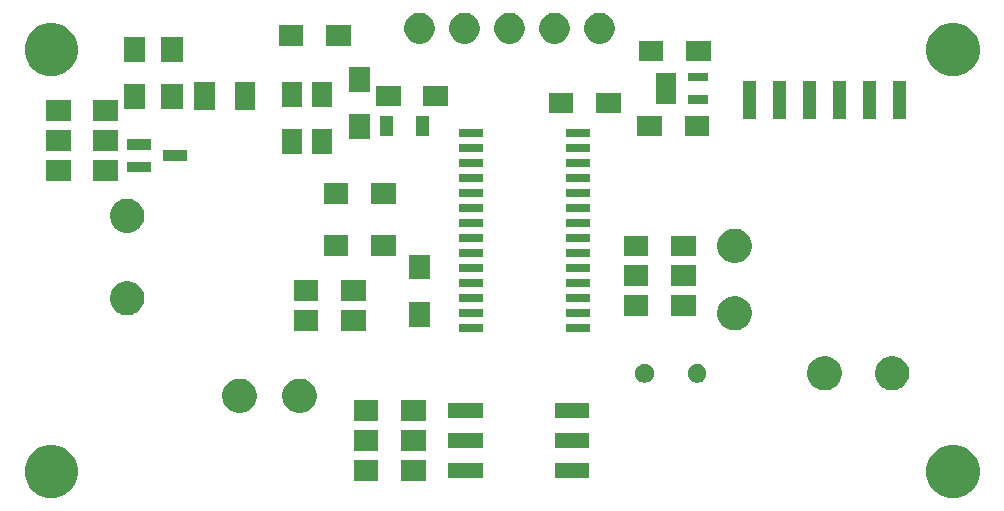
<source format=gbr>
G04 #@! TF.GenerationSoftware,KiCad,Pcbnew,(5.1.5)-2*
G04 #@! TF.CreationDate,2019-12-14T03:39:57+01:00*
G04 #@! TF.ProjectId,tof_sensor,746f665f-7365-46e7-936f-722e6b696361,rev?*
G04 #@! TF.SameCoordinates,Original*
G04 #@! TF.FileFunction,Soldermask,Top*
G04 #@! TF.FilePolarity,Negative*
%FSLAX46Y46*%
G04 Gerber Fmt 4.6, Leading zero omitted, Abs format (unit mm)*
G04 Created by KiCad (PCBNEW (5.1.5)-2) date 2019-12-14 03:39:57*
%MOMM*%
%LPD*%
G04 APERTURE LIST*
%ADD10C,0.100000*%
G04 APERTURE END LIST*
D10*
G36*
X192760880Y-99439776D02*
G01*
X193141593Y-99515504D01*
X193551249Y-99685189D01*
X193919929Y-99931534D01*
X194233466Y-100245071D01*
X194479811Y-100613751D01*
X194649496Y-101023407D01*
X194736000Y-101458296D01*
X194736000Y-101901704D01*
X194649496Y-102336593D01*
X194479811Y-102746249D01*
X194233466Y-103114929D01*
X193919929Y-103428466D01*
X193551249Y-103674811D01*
X193141593Y-103844496D01*
X192760880Y-103920224D01*
X192706705Y-103931000D01*
X192263295Y-103931000D01*
X192209120Y-103920224D01*
X191828407Y-103844496D01*
X191418751Y-103674811D01*
X191050071Y-103428466D01*
X190736534Y-103114929D01*
X190490189Y-102746249D01*
X190320504Y-102336593D01*
X190234000Y-101901704D01*
X190234000Y-101458296D01*
X190320504Y-101023407D01*
X190490189Y-100613751D01*
X190736534Y-100245071D01*
X191050071Y-99931534D01*
X191418751Y-99685189D01*
X191828407Y-99515504D01*
X192209120Y-99439776D01*
X192263295Y-99429000D01*
X192706705Y-99429000D01*
X192760880Y-99439776D01*
G37*
G36*
X116400880Y-99439776D02*
G01*
X116781593Y-99515504D01*
X117191249Y-99685189D01*
X117559929Y-99931534D01*
X117873466Y-100245071D01*
X118119811Y-100613751D01*
X118289496Y-101023407D01*
X118376000Y-101458296D01*
X118376000Y-101901704D01*
X118289496Y-102336593D01*
X118119811Y-102746249D01*
X117873466Y-103114929D01*
X117559929Y-103428466D01*
X117191249Y-103674811D01*
X116781593Y-103844496D01*
X116400880Y-103920224D01*
X116346705Y-103931000D01*
X115903295Y-103931000D01*
X115849120Y-103920224D01*
X115468407Y-103844496D01*
X115058751Y-103674811D01*
X114690071Y-103428466D01*
X114376534Y-103114929D01*
X114130189Y-102746249D01*
X113960504Y-102336593D01*
X113874000Y-101901704D01*
X113874000Y-101458296D01*
X113960504Y-101023407D01*
X114130189Y-100613751D01*
X114376534Y-100245071D01*
X114690071Y-99931534D01*
X115058751Y-99685189D01*
X115468407Y-99515504D01*
X115849120Y-99439776D01*
X115903295Y-99429000D01*
X116346705Y-99429000D01*
X116400880Y-99439776D01*
G37*
G36*
X143831000Y-102501000D02*
G01*
X141729000Y-102501000D01*
X141729000Y-100699000D01*
X143831000Y-100699000D01*
X143831000Y-102501000D01*
G37*
G36*
X147831000Y-102501000D02*
G01*
X145729000Y-102501000D01*
X145729000Y-100699000D01*
X147831000Y-100699000D01*
X147831000Y-102501000D01*
G37*
G36*
X152691000Y-102216000D02*
G01*
X149749000Y-102216000D01*
X149749000Y-100984000D01*
X152691000Y-100984000D01*
X152691000Y-102216000D01*
G37*
G36*
X161691000Y-102216000D02*
G01*
X158749000Y-102216000D01*
X158749000Y-100984000D01*
X161691000Y-100984000D01*
X161691000Y-102216000D01*
G37*
G36*
X143831000Y-99961000D02*
G01*
X141729000Y-99961000D01*
X141729000Y-98159000D01*
X143831000Y-98159000D01*
X143831000Y-99961000D01*
G37*
G36*
X147831000Y-99961000D02*
G01*
X145729000Y-99961000D01*
X145729000Y-98159000D01*
X147831000Y-98159000D01*
X147831000Y-99961000D01*
G37*
G36*
X161691000Y-99676000D02*
G01*
X158749000Y-99676000D01*
X158749000Y-98444000D01*
X161691000Y-98444000D01*
X161691000Y-99676000D01*
G37*
G36*
X152691000Y-99676000D02*
G01*
X149749000Y-99676000D01*
X149749000Y-98444000D01*
X152691000Y-98444000D01*
X152691000Y-99676000D01*
G37*
G36*
X147831000Y-97421000D02*
G01*
X145729000Y-97421000D01*
X145729000Y-95619000D01*
X147831000Y-95619000D01*
X147831000Y-97421000D01*
G37*
G36*
X143831000Y-97421000D02*
G01*
X141729000Y-97421000D01*
X141729000Y-95619000D01*
X143831000Y-95619000D01*
X143831000Y-97421000D01*
G37*
G36*
X161691000Y-97136000D02*
G01*
X158749000Y-97136000D01*
X158749000Y-95904000D01*
X161691000Y-95904000D01*
X161691000Y-97136000D01*
G37*
G36*
X152691000Y-97136000D02*
G01*
X149749000Y-97136000D01*
X149749000Y-95904000D01*
X152691000Y-95904000D01*
X152691000Y-97136000D01*
G37*
G36*
X132503241Y-93854760D02*
G01*
X132767305Y-93964139D01*
X133004958Y-94122934D01*
X133207066Y-94325042D01*
X133365861Y-94562695D01*
X133475240Y-94826759D01*
X133531000Y-95107088D01*
X133531000Y-95392912D01*
X133475240Y-95673241D01*
X133365861Y-95937305D01*
X133207066Y-96174958D01*
X133004958Y-96377066D01*
X132767305Y-96535861D01*
X132503241Y-96645240D01*
X132222912Y-96701000D01*
X131937088Y-96701000D01*
X131656759Y-96645240D01*
X131392695Y-96535861D01*
X131155042Y-96377066D01*
X130952934Y-96174958D01*
X130794139Y-95937305D01*
X130684760Y-95673241D01*
X130629000Y-95392912D01*
X130629000Y-95107088D01*
X130684760Y-94826759D01*
X130794139Y-94562695D01*
X130952934Y-94325042D01*
X131155042Y-94122934D01*
X131392695Y-93964139D01*
X131656759Y-93854760D01*
X131937088Y-93799000D01*
X132222912Y-93799000D01*
X132503241Y-93854760D01*
G37*
G36*
X137583241Y-93854760D02*
G01*
X137847305Y-93964139D01*
X138084958Y-94122934D01*
X138287066Y-94325042D01*
X138445861Y-94562695D01*
X138555240Y-94826759D01*
X138611000Y-95107088D01*
X138611000Y-95392912D01*
X138555240Y-95673241D01*
X138445861Y-95937305D01*
X138287066Y-96174958D01*
X138084958Y-96377066D01*
X137847305Y-96535861D01*
X137583241Y-96645240D01*
X137302912Y-96701000D01*
X137017088Y-96701000D01*
X136736759Y-96645240D01*
X136472695Y-96535861D01*
X136235042Y-96377066D01*
X136032934Y-96174958D01*
X135874139Y-95937305D01*
X135764760Y-95673241D01*
X135709000Y-95392912D01*
X135709000Y-95107088D01*
X135764760Y-94826759D01*
X135874139Y-94562695D01*
X136032934Y-94325042D01*
X136235042Y-94122934D01*
X136472695Y-93964139D01*
X136736759Y-93854760D01*
X137017088Y-93799000D01*
X137302912Y-93799000D01*
X137583241Y-93854760D01*
G37*
G36*
X187748241Y-91949760D02*
G01*
X188012305Y-92059139D01*
X188249958Y-92217934D01*
X188452066Y-92420042D01*
X188610861Y-92657695D01*
X188720240Y-92921759D01*
X188776000Y-93202088D01*
X188776000Y-93487912D01*
X188720240Y-93768241D01*
X188610861Y-94032305D01*
X188452066Y-94269958D01*
X188249958Y-94472066D01*
X188012305Y-94630861D01*
X187748241Y-94740240D01*
X187467912Y-94796000D01*
X187182088Y-94796000D01*
X186901759Y-94740240D01*
X186637695Y-94630861D01*
X186400042Y-94472066D01*
X186197934Y-94269958D01*
X186039139Y-94032305D01*
X185929760Y-93768241D01*
X185874000Y-93487912D01*
X185874000Y-93202088D01*
X185929760Y-92921759D01*
X186039139Y-92657695D01*
X186197934Y-92420042D01*
X186400042Y-92217934D01*
X186637695Y-92059139D01*
X186901759Y-91949760D01*
X187182088Y-91894000D01*
X187467912Y-91894000D01*
X187748241Y-91949760D01*
G37*
G36*
X182033241Y-91949760D02*
G01*
X182297305Y-92059139D01*
X182534958Y-92217934D01*
X182737066Y-92420042D01*
X182895861Y-92657695D01*
X183005240Y-92921759D01*
X183061000Y-93202088D01*
X183061000Y-93487912D01*
X183005240Y-93768241D01*
X182895861Y-94032305D01*
X182737066Y-94269958D01*
X182534958Y-94472066D01*
X182297305Y-94630861D01*
X182033241Y-94740240D01*
X181752912Y-94796000D01*
X181467088Y-94796000D01*
X181186759Y-94740240D01*
X180922695Y-94630861D01*
X180685042Y-94472066D01*
X180482934Y-94269958D01*
X180324139Y-94032305D01*
X180214760Y-93768241D01*
X180159000Y-93487912D01*
X180159000Y-93202088D01*
X180214760Y-92921759D01*
X180324139Y-92657695D01*
X180482934Y-92420042D01*
X180685042Y-92217934D01*
X180922695Y-92059139D01*
X181186759Y-91949760D01*
X181467088Y-91894000D01*
X181752912Y-91894000D01*
X182033241Y-91949760D01*
G37*
G36*
X166603642Y-92574781D02*
G01*
X166749414Y-92635162D01*
X166749416Y-92635163D01*
X166880608Y-92722822D01*
X166992178Y-92834392D01*
X167050554Y-92921759D01*
X167079838Y-92965586D01*
X167140219Y-93111358D01*
X167171000Y-93266107D01*
X167171000Y-93423893D01*
X167140219Y-93578642D01*
X167079838Y-93724414D01*
X167079837Y-93724416D01*
X166992178Y-93855608D01*
X166880608Y-93967178D01*
X166749416Y-94054837D01*
X166749415Y-94054838D01*
X166749414Y-94054838D01*
X166603642Y-94115219D01*
X166448893Y-94146000D01*
X166291107Y-94146000D01*
X166136358Y-94115219D01*
X165990586Y-94054838D01*
X165990585Y-94054838D01*
X165990584Y-94054837D01*
X165859392Y-93967178D01*
X165747822Y-93855608D01*
X165660163Y-93724416D01*
X165660162Y-93724414D01*
X165599781Y-93578642D01*
X165569000Y-93423893D01*
X165569000Y-93266107D01*
X165599781Y-93111358D01*
X165660162Y-92965586D01*
X165689446Y-92921759D01*
X165747822Y-92834392D01*
X165859392Y-92722822D01*
X165990584Y-92635163D01*
X165990586Y-92635162D01*
X166136358Y-92574781D01*
X166291107Y-92544000D01*
X166448893Y-92544000D01*
X166603642Y-92574781D01*
G37*
G36*
X171048642Y-92574781D02*
G01*
X171194414Y-92635162D01*
X171194416Y-92635163D01*
X171325608Y-92722822D01*
X171437178Y-92834392D01*
X171495554Y-92921759D01*
X171524838Y-92965586D01*
X171585219Y-93111358D01*
X171616000Y-93266107D01*
X171616000Y-93423893D01*
X171585219Y-93578642D01*
X171524838Y-93724414D01*
X171524837Y-93724416D01*
X171437178Y-93855608D01*
X171325608Y-93967178D01*
X171194416Y-94054837D01*
X171194415Y-94054838D01*
X171194414Y-94054838D01*
X171048642Y-94115219D01*
X170893893Y-94146000D01*
X170736107Y-94146000D01*
X170581358Y-94115219D01*
X170435586Y-94054838D01*
X170435585Y-94054838D01*
X170435584Y-94054837D01*
X170304392Y-93967178D01*
X170192822Y-93855608D01*
X170105163Y-93724416D01*
X170105162Y-93724414D01*
X170044781Y-93578642D01*
X170014000Y-93423893D01*
X170014000Y-93266107D01*
X170044781Y-93111358D01*
X170105162Y-92965586D01*
X170134446Y-92921759D01*
X170192822Y-92834392D01*
X170304392Y-92722822D01*
X170435584Y-92635163D01*
X170435586Y-92635162D01*
X170581358Y-92574781D01*
X170736107Y-92544000D01*
X170893893Y-92544000D01*
X171048642Y-92574781D01*
G37*
G36*
X152730400Y-89865400D02*
G01*
X150647200Y-89865400D01*
X150647200Y-89204600D01*
X152730400Y-89204600D01*
X152730400Y-89865400D01*
G37*
G36*
X161772800Y-89865400D02*
G01*
X159689600Y-89865400D01*
X159689600Y-89204600D01*
X161772800Y-89204600D01*
X161772800Y-89865400D01*
G37*
G36*
X138751000Y-89801000D02*
G01*
X136649000Y-89801000D01*
X136649000Y-87999000D01*
X138751000Y-87999000D01*
X138751000Y-89801000D01*
G37*
G36*
X142751000Y-89801000D02*
G01*
X140649000Y-89801000D01*
X140649000Y-87999000D01*
X142751000Y-87999000D01*
X142751000Y-89801000D01*
G37*
G36*
X174413241Y-86869760D02*
G01*
X174677305Y-86979139D01*
X174914958Y-87137934D01*
X175117066Y-87340042D01*
X175275861Y-87577695D01*
X175385240Y-87841759D01*
X175441000Y-88122088D01*
X175441000Y-88407912D01*
X175385240Y-88688241D01*
X175275861Y-88952305D01*
X175117066Y-89189958D01*
X174914958Y-89392066D01*
X174677305Y-89550861D01*
X174413241Y-89660240D01*
X174132912Y-89716000D01*
X173847088Y-89716000D01*
X173566759Y-89660240D01*
X173302695Y-89550861D01*
X173065042Y-89392066D01*
X172862934Y-89189958D01*
X172704139Y-88952305D01*
X172594760Y-88688241D01*
X172539000Y-88407912D01*
X172539000Y-88122088D01*
X172594760Y-87841759D01*
X172704139Y-87577695D01*
X172862934Y-87340042D01*
X173065042Y-87137934D01*
X173302695Y-86979139D01*
X173566759Y-86869760D01*
X173847088Y-86814000D01*
X174132912Y-86814000D01*
X174413241Y-86869760D01*
G37*
G36*
X148171000Y-89411000D02*
G01*
X146469000Y-89411000D01*
X146469000Y-87309000D01*
X148171000Y-87309000D01*
X148171000Y-89411000D01*
G37*
G36*
X152730400Y-88595400D02*
G01*
X150647200Y-88595400D01*
X150647200Y-87934600D01*
X152730400Y-87934600D01*
X152730400Y-88595400D01*
G37*
G36*
X161772800Y-88595400D02*
G01*
X159689600Y-88595400D01*
X159689600Y-87934600D01*
X161772800Y-87934600D01*
X161772800Y-88595400D01*
G37*
G36*
X166691000Y-88531000D02*
G01*
X164589000Y-88531000D01*
X164589000Y-86729000D01*
X166691000Y-86729000D01*
X166691000Y-88531000D01*
G37*
G36*
X170691000Y-88531000D02*
G01*
X168589000Y-88531000D01*
X168589000Y-86729000D01*
X170691000Y-86729000D01*
X170691000Y-88531000D01*
G37*
G36*
X122978241Y-85599760D02*
G01*
X123242305Y-85709139D01*
X123479958Y-85867934D01*
X123682066Y-86070042D01*
X123840861Y-86307695D01*
X123950240Y-86571759D01*
X124006000Y-86852088D01*
X124006000Y-87137912D01*
X123950240Y-87418241D01*
X123840861Y-87682305D01*
X123682066Y-87919958D01*
X123479958Y-88122066D01*
X123242305Y-88280861D01*
X122978241Y-88390240D01*
X122697912Y-88446000D01*
X122412088Y-88446000D01*
X122131759Y-88390240D01*
X121867695Y-88280861D01*
X121630042Y-88122066D01*
X121427934Y-87919958D01*
X121269139Y-87682305D01*
X121159760Y-87418241D01*
X121104000Y-87137912D01*
X121104000Y-86852088D01*
X121159760Y-86571759D01*
X121269139Y-86307695D01*
X121427934Y-86070042D01*
X121630042Y-85867934D01*
X121867695Y-85709139D01*
X122131759Y-85599760D01*
X122412088Y-85544000D01*
X122697912Y-85544000D01*
X122978241Y-85599760D01*
G37*
G36*
X152730400Y-87325400D02*
G01*
X150647200Y-87325400D01*
X150647200Y-86664600D01*
X152730400Y-86664600D01*
X152730400Y-87325400D01*
G37*
G36*
X161772800Y-87325400D02*
G01*
X159689600Y-87325400D01*
X159689600Y-86664600D01*
X161772800Y-86664600D01*
X161772800Y-87325400D01*
G37*
G36*
X138751000Y-87261000D02*
G01*
X136649000Y-87261000D01*
X136649000Y-85459000D01*
X138751000Y-85459000D01*
X138751000Y-87261000D01*
G37*
G36*
X142751000Y-87261000D02*
G01*
X140649000Y-87261000D01*
X140649000Y-85459000D01*
X142751000Y-85459000D01*
X142751000Y-87261000D01*
G37*
G36*
X161772800Y-86055400D02*
G01*
X159689600Y-86055400D01*
X159689600Y-85394600D01*
X161772800Y-85394600D01*
X161772800Y-86055400D01*
G37*
G36*
X152730400Y-86055400D02*
G01*
X150647200Y-86055400D01*
X150647200Y-85394600D01*
X152730400Y-85394600D01*
X152730400Y-86055400D01*
G37*
G36*
X166691000Y-85991000D02*
G01*
X164589000Y-85991000D01*
X164589000Y-84189000D01*
X166691000Y-84189000D01*
X166691000Y-85991000D01*
G37*
G36*
X170691000Y-85991000D02*
G01*
X168589000Y-85991000D01*
X168589000Y-84189000D01*
X170691000Y-84189000D01*
X170691000Y-85991000D01*
G37*
G36*
X148171000Y-85411000D02*
G01*
X146469000Y-85411000D01*
X146469000Y-83309000D01*
X148171000Y-83309000D01*
X148171000Y-85411000D01*
G37*
G36*
X161772800Y-84785400D02*
G01*
X159689600Y-84785400D01*
X159689600Y-84124600D01*
X161772800Y-84124600D01*
X161772800Y-84785400D01*
G37*
G36*
X152730400Y-84785400D02*
G01*
X150647200Y-84785400D01*
X150647200Y-84124600D01*
X152730400Y-84124600D01*
X152730400Y-84785400D01*
G37*
G36*
X174413241Y-81154760D02*
G01*
X174677305Y-81264139D01*
X174914958Y-81422934D01*
X175117066Y-81625042D01*
X175275861Y-81862695D01*
X175385240Y-82126759D01*
X175441000Y-82407088D01*
X175441000Y-82692912D01*
X175385240Y-82973241D01*
X175275861Y-83237305D01*
X175117066Y-83474958D01*
X174914958Y-83677066D01*
X174677305Y-83835861D01*
X174413241Y-83945240D01*
X174132912Y-84001000D01*
X173847088Y-84001000D01*
X173566759Y-83945240D01*
X173302695Y-83835861D01*
X173065042Y-83677066D01*
X172862934Y-83474958D01*
X172704139Y-83237305D01*
X172594760Y-82973241D01*
X172539000Y-82692912D01*
X172539000Y-82407088D01*
X172594760Y-82126759D01*
X172704139Y-81862695D01*
X172862934Y-81625042D01*
X173065042Y-81422934D01*
X173302695Y-81264139D01*
X173566759Y-81154760D01*
X173847088Y-81099000D01*
X174132912Y-81099000D01*
X174413241Y-81154760D01*
G37*
G36*
X152730400Y-83515400D02*
G01*
X150647200Y-83515400D01*
X150647200Y-82854600D01*
X152730400Y-82854600D01*
X152730400Y-83515400D01*
G37*
G36*
X161772800Y-83515400D02*
G01*
X159689600Y-83515400D01*
X159689600Y-82854600D01*
X161772800Y-82854600D01*
X161772800Y-83515400D01*
G37*
G36*
X141291000Y-83451000D02*
G01*
X139189000Y-83451000D01*
X139189000Y-81649000D01*
X141291000Y-81649000D01*
X141291000Y-83451000D01*
G37*
G36*
X145291000Y-83451000D02*
G01*
X143189000Y-83451000D01*
X143189000Y-81649000D01*
X145291000Y-81649000D01*
X145291000Y-83451000D01*
G37*
G36*
X166691000Y-83401000D02*
G01*
X164589000Y-83401000D01*
X164589000Y-81699000D01*
X166691000Y-81699000D01*
X166691000Y-83401000D01*
G37*
G36*
X170691000Y-83401000D02*
G01*
X168589000Y-83401000D01*
X168589000Y-81699000D01*
X170691000Y-81699000D01*
X170691000Y-83401000D01*
G37*
G36*
X161772800Y-82245400D02*
G01*
X159689600Y-82245400D01*
X159689600Y-81584600D01*
X161772800Y-81584600D01*
X161772800Y-82245400D01*
G37*
G36*
X152730400Y-82245400D02*
G01*
X150647200Y-82245400D01*
X150647200Y-81584600D01*
X152730400Y-81584600D01*
X152730400Y-82245400D01*
G37*
G36*
X122978241Y-78614760D02*
G01*
X123242305Y-78724139D01*
X123479958Y-78882934D01*
X123682066Y-79085042D01*
X123840861Y-79322695D01*
X123950240Y-79586759D01*
X124006000Y-79867088D01*
X124006000Y-80152912D01*
X123950240Y-80433241D01*
X123840861Y-80697305D01*
X123682066Y-80934958D01*
X123479958Y-81137066D01*
X123242305Y-81295861D01*
X122978241Y-81405240D01*
X122697912Y-81461000D01*
X122412088Y-81461000D01*
X122131759Y-81405240D01*
X121867695Y-81295861D01*
X121630042Y-81137066D01*
X121427934Y-80934958D01*
X121269139Y-80697305D01*
X121159760Y-80433241D01*
X121104000Y-80152912D01*
X121104000Y-79867088D01*
X121159760Y-79586759D01*
X121269139Y-79322695D01*
X121427934Y-79085042D01*
X121630042Y-78882934D01*
X121867695Y-78724139D01*
X122131759Y-78614760D01*
X122412088Y-78559000D01*
X122697912Y-78559000D01*
X122978241Y-78614760D01*
G37*
G36*
X152730400Y-80975400D02*
G01*
X150647200Y-80975400D01*
X150647200Y-80314600D01*
X152730400Y-80314600D01*
X152730400Y-80975400D01*
G37*
G36*
X161772800Y-80975400D02*
G01*
X159689600Y-80975400D01*
X159689600Y-80314600D01*
X161772800Y-80314600D01*
X161772800Y-80975400D01*
G37*
G36*
X161772800Y-79705400D02*
G01*
X159689600Y-79705400D01*
X159689600Y-79044600D01*
X161772800Y-79044600D01*
X161772800Y-79705400D01*
G37*
G36*
X152730400Y-79705400D02*
G01*
X150647200Y-79705400D01*
X150647200Y-79044600D01*
X152730400Y-79044600D01*
X152730400Y-79705400D01*
G37*
G36*
X145291000Y-79006000D02*
G01*
X143189000Y-79006000D01*
X143189000Y-77204000D01*
X145291000Y-77204000D01*
X145291000Y-79006000D01*
G37*
G36*
X141291000Y-79006000D02*
G01*
X139189000Y-79006000D01*
X139189000Y-77204000D01*
X141291000Y-77204000D01*
X141291000Y-79006000D01*
G37*
G36*
X161772800Y-78435400D02*
G01*
X159689600Y-78435400D01*
X159689600Y-77774600D01*
X161772800Y-77774600D01*
X161772800Y-78435400D01*
G37*
G36*
X152730400Y-78435400D02*
G01*
X150647200Y-78435400D01*
X150647200Y-77774600D01*
X152730400Y-77774600D01*
X152730400Y-78435400D01*
G37*
G36*
X161772800Y-77165400D02*
G01*
X159689600Y-77165400D01*
X159689600Y-76504600D01*
X161772800Y-76504600D01*
X161772800Y-77165400D01*
G37*
G36*
X152730400Y-77165400D02*
G01*
X150647200Y-77165400D01*
X150647200Y-76504600D01*
X152730400Y-76504600D01*
X152730400Y-77165400D01*
G37*
G36*
X121796000Y-77101000D02*
G01*
X119694000Y-77101000D01*
X119694000Y-75299000D01*
X121796000Y-75299000D01*
X121796000Y-77101000D01*
G37*
G36*
X117796000Y-77101000D02*
G01*
X115694000Y-77101000D01*
X115694000Y-75299000D01*
X117796000Y-75299000D01*
X117796000Y-77101000D01*
G37*
G36*
X124596000Y-76331000D02*
G01*
X122594000Y-76331000D01*
X122594000Y-75429000D01*
X124596000Y-75429000D01*
X124596000Y-76331000D01*
G37*
G36*
X161772800Y-75895400D02*
G01*
X159689600Y-75895400D01*
X159689600Y-75234600D01*
X161772800Y-75234600D01*
X161772800Y-75895400D01*
G37*
G36*
X152730400Y-75895400D02*
G01*
X150647200Y-75895400D01*
X150647200Y-75234600D01*
X152730400Y-75234600D01*
X152730400Y-75895400D01*
G37*
G36*
X127596000Y-75381000D02*
G01*
X125594000Y-75381000D01*
X125594000Y-74479000D01*
X127596000Y-74479000D01*
X127596000Y-75381000D01*
G37*
G36*
X137376000Y-74806000D02*
G01*
X135674000Y-74806000D01*
X135674000Y-72704000D01*
X137376000Y-72704000D01*
X137376000Y-74806000D01*
G37*
G36*
X139916000Y-74806000D02*
G01*
X138214000Y-74806000D01*
X138214000Y-72704000D01*
X139916000Y-72704000D01*
X139916000Y-74806000D01*
G37*
G36*
X161772800Y-74625400D02*
G01*
X159689600Y-74625400D01*
X159689600Y-73964600D01*
X161772800Y-73964600D01*
X161772800Y-74625400D01*
G37*
G36*
X152730400Y-74625400D02*
G01*
X150647200Y-74625400D01*
X150647200Y-73964600D01*
X152730400Y-73964600D01*
X152730400Y-74625400D01*
G37*
G36*
X121796000Y-74561000D02*
G01*
X119694000Y-74561000D01*
X119694000Y-72759000D01*
X121796000Y-72759000D01*
X121796000Y-74561000D01*
G37*
G36*
X117796000Y-74561000D02*
G01*
X115694000Y-74561000D01*
X115694000Y-72759000D01*
X117796000Y-72759000D01*
X117796000Y-74561000D01*
G37*
G36*
X124596000Y-74431000D02*
G01*
X122594000Y-74431000D01*
X122594000Y-73529000D01*
X124596000Y-73529000D01*
X124596000Y-74431000D01*
G37*
G36*
X143141000Y-73536000D02*
G01*
X141339000Y-73536000D01*
X141339000Y-71434000D01*
X143141000Y-71434000D01*
X143141000Y-73536000D01*
G37*
G36*
X161772800Y-73355400D02*
G01*
X159689600Y-73355400D01*
X159689600Y-72694600D01*
X161772800Y-72694600D01*
X161772800Y-73355400D01*
G37*
G36*
X152730400Y-73355400D02*
G01*
X150647200Y-73355400D01*
X150647200Y-72694600D01*
X152730400Y-72694600D01*
X152730400Y-73355400D01*
G37*
G36*
X167866000Y-73241000D02*
G01*
X165764000Y-73241000D01*
X165764000Y-71539000D01*
X167866000Y-71539000D01*
X167866000Y-73241000D01*
G37*
G36*
X145101000Y-73241000D02*
G01*
X143999000Y-73241000D01*
X143999000Y-71539000D01*
X145101000Y-71539000D01*
X145101000Y-73241000D01*
G37*
G36*
X148101000Y-73241000D02*
G01*
X146999000Y-73241000D01*
X146999000Y-71539000D01*
X148101000Y-71539000D01*
X148101000Y-73241000D01*
G37*
G36*
X171866000Y-73241000D02*
G01*
X169764000Y-73241000D01*
X169764000Y-71539000D01*
X171866000Y-71539000D01*
X171866000Y-73241000D01*
G37*
G36*
X121796000Y-72021000D02*
G01*
X119694000Y-72021000D01*
X119694000Y-70219000D01*
X121796000Y-70219000D01*
X121796000Y-72021000D01*
G37*
G36*
X117796000Y-72021000D02*
G01*
X115694000Y-72021000D01*
X115694000Y-70219000D01*
X117796000Y-70219000D01*
X117796000Y-72021000D01*
G37*
G36*
X183431000Y-71806000D02*
G01*
X182329000Y-71806000D01*
X182329000Y-68604000D01*
X183431000Y-68604000D01*
X183431000Y-71806000D01*
G37*
G36*
X180891000Y-71806000D02*
G01*
X179789000Y-71806000D01*
X179789000Y-68604000D01*
X180891000Y-68604000D01*
X180891000Y-71806000D01*
G37*
G36*
X185971000Y-71806000D02*
G01*
X184869000Y-71806000D01*
X184869000Y-68604000D01*
X185971000Y-68604000D01*
X185971000Y-71806000D01*
G37*
G36*
X178351000Y-71806000D02*
G01*
X177249000Y-71806000D01*
X177249000Y-68604000D01*
X178351000Y-68604000D01*
X178351000Y-71806000D01*
G37*
G36*
X175811000Y-71806000D02*
G01*
X174709000Y-71806000D01*
X174709000Y-68604000D01*
X175811000Y-68604000D01*
X175811000Y-71806000D01*
G37*
G36*
X188511000Y-71806000D02*
G01*
X187409000Y-71806000D01*
X187409000Y-68604000D01*
X188511000Y-68604000D01*
X188511000Y-71806000D01*
G37*
G36*
X160341000Y-71336000D02*
G01*
X158239000Y-71336000D01*
X158239000Y-69634000D01*
X160341000Y-69634000D01*
X160341000Y-71336000D01*
G37*
G36*
X164341000Y-71336000D02*
G01*
X162239000Y-71336000D01*
X162239000Y-69634000D01*
X164341000Y-69634000D01*
X164341000Y-71336000D01*
G37*
G36*
X129961000Y-71026000D02*
G01*
X128259000Y-71026000D01*
X128259000Y-68674000D01*
X129961000Y-68674000D01*
X129961000Y-71026000D01*
G37*
G36*
X133361000Y-71026000D02*
G01*
X131659000Y-71026000D01*
X131659000Y-68674000D01*
X133361000Y-68674000D01*
X133361000Y-71026000D01*
G37*
G36*
X127266000Y-70996000D02*
G01*
X125464000Y-70996000D01*
X125464000Y-68894000D01*
X127266000Y-68894000D01*
X127266000Y-70996000D01*
G37*
G36*
X124091000Y-70996000D02*
G01*
X122289000Y-70996000D01*
X122289000Y-68894000D01*
X124091000Y-68894000D01*
X124091000Y-70996000D01*
G37*
G36*
X137376000Y-70806000D02*
G01*
X135674000Y-70806000D01*
X135674000Y-68704000D01*
X137376000Y-68704000D01*
X137376000Y-70806000D01*
G37*
G36*
X139916000Y-70806000D02*
G01*
X138214000Y-70806000D01*
X138214000Y-68704000D01*
X139916000Y-68704000D01*
X139916000Y-70806000D01*
G37*
G36*
X149736000Y-70701000D02*
G01*
X147634000Y-70701000D01*
X147634000Y-68999000D01*
X149736000Y-68999000D01*
X149736000Y-70701000D01*
G37*
G36*
X145736000Y-70701000D02*
G01*
X143634000Y-70701000D01*
X143634000Y-68999000D01*
X145736000Y-68999000D01*
X145736000Y-70701000D01*
G37*
G36*
X169026000Y-70541000D02*
G01*
X167364000Y-70541000D01*
X167364000Y-67889000D01*
X169026000Y-67889000D01*
X169026000Y-70541000D01*
G37*
G36*
X171726000Y-70541000D02*
G01*
X170064000Y-70541000D01*
X170064000Y-69789000D01*
X171726000Y-69789000D01*
X171726000Y-70541000D01*
G37*
G36*
X143141000Y-69536000D02*
G01*
X141339000Y-69536000D01*
X141339000Y-67434000D01*
X143141000Y-67434000D01*
X143141000Y-69536000D01*
G37*
G36*
X171726000Y-68641000D02*
G01*
X170064000Y-68641000D01*
X170064000Y-67889000D01*
X171726000Y-67889000D01*
X171726000Y-68641000D01*
G37*
G36*
X192760880Y-63719776D02*
G01*
X193141593Y-63795504D01*
X193551249Y-63965189D01*
X193919929Y-64211534D01*
X194233466Y-64525071D01*
X194479811Y-64893751D01*
X194649496Y-65303407D01*
X194736000Y-65738296D01*
X194736000Y-66181704D01*
X194649496Y-66616593D01*
X194479811Y-67026249D01*
X194233466Y-67394929D01*
X193919929Y-67708466D01*
X193551249Y-67954811D01*
X193141593Y-68124496D01*
X192760880Y-68200224D01*
X192706705Y-68211000D01*
X192263295Y-68211000D01*
X192209120Y-68200224D01*
X191828407Y-68124496D01*
X191418751Y-67954811D01*
X191050071Y-67708466D01*
X190736534Y-67394929D01*
X190490189Y-67026249D01*
X190320504Y-66616593D01*
X190234000Y-66181704D01*
X190234000Y-65738296D01*
X190320504Y-65303407D01*
X190490189Y-64893751D01*
X190736534Y-64525071D01*
X191050071Y-64211534D01*
X191418751Y-63965189D01*
X191828407Y-63795504D01*
X192209120Y-63719776D01*
X192263295Y-63709000D01*
X192706705Y-63709000D01*
X192760880Y-63719776D01*
G37*
G36*
X116400880Y-63719776D02*
G01*
X116781593Y-63795504D01*
X117191249Y-63965189D01*
X117559929Y-64211534D01*
X117873466Y-64525071D01*
X118119811Y-64893751D01*
X118289496Y-65303407D01*
X118376000Y-65738296D01*
X118376000Y-66181704D01*
X118289496Y-66616593D01*
X118119811Y-67026249D01*
X117873466Y-67394929D01*
X117559929Y-67708466D01*
X117191249Y-67954811D01*
X116781593Y-68124496D01*
X116400880Y-68200224D01*
X116346705Y-68211000D01*
X115903295Y-68211000D01*
X115849120Y-68200224D01*
X115468407Y-68124496D01*
X115058751Y-67954811D01*
X114690071Y-67708466D01*
X114376534Y-67394929D01*
X114130189Y-67026249D01*
X113960504Y-66616593D01*
X113874000Y-66181704D01*
X113874000Y-65738296D01*
X113960504Y-65303407D01*
X114130189Y-64893751D01*
X114376534Y-64525071D01*
X114690071Y-64211534D01*
X115058751Y-63965189D01*
X115468407Y-63795504D01*
X115849120Y-63719776D01*
X115903295Y-63709000D01*
X116346705Y-63709000D01*
X116400880Y-63719776D01*
G37*
G36*
X124091000Y-66996000D02*
G01*
X122289000Y-66996000D01*
X122289000Y-64894000D01*
X124091000Y-64894000D01*
X124091000Y-66996000D01*
G37*
G36*
X127266000Y-66996000D02*
G01*
X125464000Y-66996000D01*
X125464000Y-64894000D01*
X127266000Y-64894000D01*
X127266000Y-66996000D01*
G37*
G36*
X167961000Y-66891000D02*
G01*
X165859000Y-66891000D01*
X165859000Y-65189000D01*
X167961000Y-65189000D01*
X167961000Y-66891000D01*
G37*
G36*
X171961000Y-66891000D02*
G01*
X169859000Y-66891000D01*
X169859000Y-65189000D01*
X171961000Y-65189000D01*
X171961000Y-66891000D01*
G37*
G36*
X137481000Y-65671000D02*
G01*
X135379000Y-65671000D01*
X135379000Y-63869000D01*
X137481000Y-63869000D01*
X137481000Y-65671000D01*
G37*
G36*
X141481000Y-65671000D02*
G01*
X139379000Y-65671000D01*
X139379000Y-63869000D01*
X141481000Y-63869000D01*
X141481000Y-65671000D01*
G37*
G36*
X159129393Y-62884304D02*
G01*
X159366101Y-62982352D01*
X159366103Y-62982353D01*
X159579135Y-63124696D01*
X159760304Y-63305865D01*
X159902647Y-63518897D01*
X159902648Y-63518899D01*
X160000696Y-63755607D01*
X160050680Y-64006893D01*
X160050680Y-64263107D01*
X160000696Y-64514393D01*
X159925641Y-64695590D01*
X159902647Y-64751103D01*
X159760304Y-64964135D01*
X159579135Y-65145304D01*
X159366103Y-65287647D01*
X159366102Y-65287648D01*
X159366101Y-65287648D01*
X159129393Y-65385696D01*
X158878107Y-65435680D01*
X158621893Y-65435680D01*
X158370607Y-65385696D01*
X158133899Y-65287648D01*
X158133898Y-65287648D01*
X158133897Y-65287647D01*
X157920865Y-65145304D01*
X157739696Y-64964135D01*
X157597353Y-64751103D01*
X157574359Y-64695590D01*
X157499304Y-64514393D01*
X157449320Y-64263107D01*
X157449320Y-64006893D01*
X157499304Y-63755607D01*
X157597352Y-63518899D01*
X157597353Y-63518897D01*
X157739696Y-63305865D01*
X157920865Y-63124696D01*
X158133897Y-62982353D01*
X158133899Y-62982352D01*
X158370607Y-62884304D01*
X158621893Y-62834320D01*
X158878107Y-62834320D01*
X159129393Y-62884304D01*
G37*
G36*
X147699393Y-62884304D02*
G01*
X147936101Y-62982352D01*
X147936103Y-62982353D01*
X148149135Y-63124696D01*
X148330304Y-63305865D01*
X148472647Y-63518897D01*
X148472648Y-63518899D01*
X148570696Y-63755607D01*
X148620680Y-64006893D01*
X148620680Y-64263107D01*
X148570696Y-64514393D01*
X148495641Y-64695590D01*
X148472647Y-64751103D01*
X148330304Y-64964135D01*
X148149135Y-65145304D01*
X147936103Y-65287647D01*
X147936102Y-65287648D01*
X147936101Y-65287648D01*
X147699393Y-65385696D01*
X147448107Y-65435680D01*
X147191893Y-65435680D01*
X146940607Y-65385696D01*
X146703899Y-65287648D01*
X146703898Y-65287648D01*
X146703897Y-65287647D01*
X146490865Y-65145304D01*
X146309696Y-64964135D01*
X146167353Y-64751103D01*
X146144359Y-64695590D01*
X146069304Y-64514393D01*
X146019320Y-64263107D01*
X146019320Y-64006893D01*
X146069304Y-63755607D01*
X146167352Y-63518899D01*
X146167353Y-63518897D01*
X146309696Y-63305865D01*
X146490865Y-63124696D01*
X146703897Y-62982353D01*
X146703899Y-62982352D01*
X146940607Y-62884304D01*
X147191893Y-62834320D01*
X147448107Y-62834320D01*
X147699393Y-62884304D01*
G37*
G36*
X151509393Y-62884304D02*
G01*
X151746101Y-62982352D01*
X151746103Y-62982353D01*
X151959135Y-63124696D01*
X152140304Y-63305865D01*
X152282647Y-63518897D01*
X152282648Y-63518899D01*
X152380696Y-63755607D01*
X152430680Y-64006893D01*
X152430680Y-64263107D01*
X152380696Y-64514393D01*
X152305641Y-64695590D01*
X152282647Y-64751103D01*
X152140304Y-64964135D01*
X151959135Y-65145304D01*
X151746103Y-65287647D01*
X151746102Y-65287648D01*
X151746101Y-65287648D01*
X151509393Y-65385696D01*
X151258107Y-65435680D01*
X151001893Y-65435680D01*
X150750607Y-65385696D01*
X150513899Y-65287648D01*
X150513898Y-65287648D01*
X150513897Y-65287647D01*
X150300865Y-65145304D01*
X150119696Y-64964135D01*
X149977353Y-64751103D01*
X149954359Y-64695590D01*
X149879304Y-64514393D01*
X149829320Y-64263107D01*
X149829320Y-64006893D01*
X149879304Y-63755607D01*
X149977352Y-63518899D01*
X149977353Y-63518897D01*
X150119696Y-63305865D01*
X150300865Y-63124696D01*
X150513897Y-62982353D01*
X150513899Y-62982352D01*
X150750607Y-62884304D01*
X151001893Y-62834320D01*
X151258107Y-62834320D01*
X151509393Y-62884304D01*
G37*
G36*
X155319393Y-62884304D02*
G01*
X155556101Y-62982352D01*
X155556103Y-62982353D01*
X155769135Y-63124696D01*
X155950304Y-63305865D01*
X156092647Y-63518897D01*
X156092648Y-63518899D01*
X156190696Y-63755607D01*
X156240680Y-64006893D01*
X156240680Y-64263107D01*
X156190696Y-64514393D01*
X156115641Y-64695590D01*
X156092647Y-64751103D01*
X155950304Y-64964135D01*
X155769135Y-65145304D01*
X155556103Y-65287647D01*
X155556102Y-65287648D01*
X155556101Y-65287648D01*
X155319393Y-65385696D01*
X155068107Y-65435680D01*
X154811893Y-65435680D01*
X154560607Y-65385696D01*
X154323899Y-65287648D01*
X154323898Y-65287648D01*
X154323897Y-65287647D01*
X154110865Y-65145304D01*
X153929696Y-64964135D01*
X153787353Y-64751103D01*
X153764359Y-64695590D01*
X153689304Y-64514393D01*
X153639320Y-64263107D01*
X153639320Y-64006893D01*
X153689304Y-63755607D01*
X153787352Y-63518899D01*
X153787353Y-63518897D01*
X153929696Y-63305865D01*
X154110865Y-63124696D01*
X154323897Y-62982353D01*
X154323899Y-62982352D01*
X154560607Y-62884304D01*
X154811893Y-62834320D01*
X155068107Y-62834320D01*
X155319393Y-62884304D01*
G37*
G36*
X162939393Y-62884304D02*
G01*
X163176101Y-62982352D01*
X163176103Y-62982353D01*
X163389135Y-63124696D01*
X163570304Y-63305865D01*
X163712647Y-63518897D01*
X163712648Y-63518899D01*
X163810696Y-63755607D01*
X163860680Y-64006893D01*
X163860680Y-64263107D01*
X163810696Y-64514393D01*
X163735641Y-64695590D01*
X163712647Y-64751103D01*
X163570304Y-64964135D01*
X163389135Y-65145304D01*
X163176103Y-65287647D01*
X163176102Y-65287648D01*
X163176101Y-65287648D01*
X162939393Y-65385696D01*
X162688107Y-65435680D01*
X162431893Y-65435680D01*
X162180607Y-65385696D01*
X161943899Y-65287648D01*
X161943898Y-65287648D01*
X161943897Y-65287647D01*
X161730865Y-65145304D01*
X161549696Y-64964135D01*
X161407353Y-64751103D01*
X161384359Y-64695590D01*
X161309304Y-64514393D01*
X161259320Y-64263107D01*
X161259320Y-64006893D01*
X161309304Y-63755607D01*
X161407352Y-63518899D01*
X161407353Y-63518897D01*
X161549696Y-63305865D01*
X161730865Y-63124696D01*
X161943897Y-62982353D01*
X161943899Y-62982352D01*
X162180607Y-62884304D01*
X162431893Y-62834320D01*
X162688107Y-62834320D01*
X162939393Y-62884304D01*
G37*
M02*

</source>
